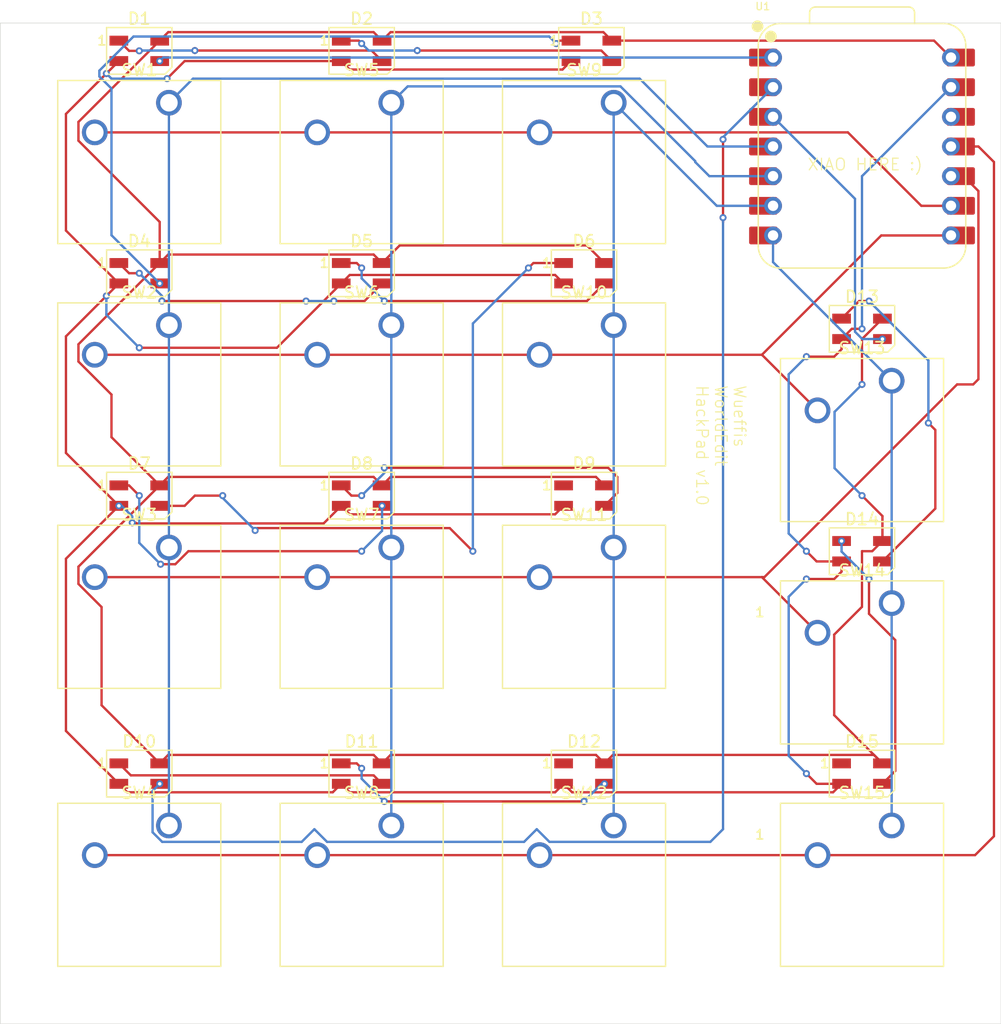
<source format=kicad_pcb>
(kicad_pcb (version 20241229) (generator "pcbnew") (generator_version "9.0")
  (layers (0 "F.Cu" signal) (2 "B.Cu" signal) (13 "F.Paste" user) (15 "B.Paste" user) (5 "F.SilkS" user "F.Silkscreen") (7 "B.SilkS" user "B.Silkscreen") (1 "F.Mask" user) (3 "B.Mask" user) (25 "Edge.Cuts" user))
  (net 0 "")
  (net 1 "Net-(D1-DIN)")
  (net 2 "GND")
  (net 3 "+5V")
  (net 4 "Net-(D1-DOUT)")
  (net 5 "Net-(D2-DOUT)")
  (net 6 "Net-(D3-DOUT)")
  (net 7 "Net-(D6-DOUT)")
  (net 8 "Net-(D7-DOUT)")
  (net 9 "Net-(D8-DOUT)")
  (net 11 "Net-(D10-DIN)")
  (net 12 "Net-(D10-DOUT)")
  (net 13 "Net-(D11-DOUT)")
  (net 15 "Net-(D13-DOUT)")
  (net 16 "Net-(D13-DIN)")
  (net 17 "Net-(D14-DOUT)")
  (net 19 "Net-(U1-GPIO29{slash}ADC3{slash}A3)")
  (net 20 "Net-(U1-GPIO3{slash}MOSI)")
  (net 21 "Net-(U1-GPIO6{slash}SDA)")
  (net 22 "Net-(U1-GPIO4{slash}MISO)")
  (net 23 "Net-(U1-GPIO7{slash}SCL)")
  (net 24 "Net-(U1-GPIO2{slash}SCK)")
  (net 25 "Net-(U1-GPIO0{slash}TX)")
  (net 26 "Net-(U1-GPIO1{slash}RX)")
  (net 28 "Net-(D4-DOUT)")
  (net 29 "Net-(D5-DOUT)")
  (footprint "LED_SMD:LED_SK6812MINI_PLCC4_3.5x3.5mm_P1.75mm" (layer "F.Cu") (at 50.00625 80.9625)
    (property "Reference" "D11")
    (property "Value" "SK6812MINI")
  )
  (footprint "OPL Lib:XIAO-RP2040-DIP" (layer "F.Cu") (at 92.86875 27.24375)
    (property "Reference" "U1")
    (property "Value" "XIAO-RP2040-DIP")
  )
  (footprint "Button_Switch_Keyboard:SW_Cherry_MX_1.00u_PCB" (layer "F.Cu") (at 52.54625 23.495)
    (property "Reference" "SW5")
    (property "Value" "SW_Push")
  )
  (footprint "Button_Switch_Keyboard:SW_Cherry_MX_1.00u_PCB" (layer "F.Cu") (at 33.49625 42.545)
    (property "Reference" "SW2")
    (property "Value" "SW_Push")
  )
  (footprint "Button_Switch_Keyboard:SW_Cherry_MX_1.00u_PCB" (layer "F.Cu") (at 95.40875 85.4075)
    (property "Reference" "SW15")
    (property "Value" "SW_Push")
  )
  (footprint "LED_SMD:LED_SK6812MINI_PLCC4_3.5x3.5mm_P1.75mm" (layer "F.Cu") (at 50.00625 57.15)
    (property "Reference" "D8")
    (property "Value" "SK6812MINI")
  )
  (footprint "Button_Switch_Keyboard:SW_Cherry_MX_1.00u_PCB" (layer "F.Cu") (at 71.59625 85.4075)
    (property "Reference" "SW12")
    (property "Value" "SW_Push")
  )
  (footprint "LED_SMD:LED_SK6812MINI_PLCC4_3.5x3.5mm_P1.75mm" (layer "F.Cu") (at 69.05625 38.1)
    (property "Reference" "D6")
    (property "Value" "SK6812MINI")
  )
  (footprint "LED_SMD:LED_SK6812MINI_PLCC4_3.5x3.5mm_P1.75mm" (layer "F.Cu") (at 92.86875 42.8625)
    (property "Reference" "D13")
    (property "Value" "SK6812MINI")
  )
  (footprint "LED_SMD:LED_SK6812MINI_PLCC4_3.5x3.5mm_P1.75mm" (layer "F.Cu") (at 30.95625 57.15)
    (property "Reference" "D7")
    (property "Value" "SK6812MINI")
  )
  (footprint "Button_Switch_Keyboard:SW_Cherry_MX_1.00u_PCB" (layer "F.Cu") (at 71.59625 61.595)
    (property "Reference" "SW11")
    (property "Value" "SW_Push")
  )
  (footprint "Button_Switch_Keyboard:SW_Cherry_MX_1.00u_PCB" (layer "F.Cu") (at 33.49625 61.595)
    (property "Reference" "SW3")
    (property "Value" "SW_Push")
  )
  (footprint "Button_Switch_Keyboard:SW_Cherry_MX_1.00u_PCB" (layer "F.Cu") (at 71.59625 42.545)
    (property "Reference" "SW10")
    (property "Value" "SW_Push")
  )
  (footprint "Button_Switch_Keyboard:SW_Cherry_MX_1.00u_PCB" (layer "F.Cu") (at 95.40875 47.3075)
    (property "Reference" "SW13")
    (property "Value" "SW_Push")
  )
  (footprint "LED_SMD:LED_SK6812MINI_PLCC4_3.5x3.5mm_P1.75mm" (layer "F.Cu") (at 50.00625 19.05)
    (property "Reference" "D2")
    (property "Value" "SK6812MINI")
  )
  (footprint "LED_SMD:LED_SK6812MINI_PLCC4_3.5x3.5mm_P1.75mm" (layer "F.Cu") (at 69.05625 57.15)
    (property "Reference" "D9")
    (property "Value" "SK6812MINI")
  )
  (footprint "Button_Switch_Keyboard:SW_Cherry_MX_1.00u_PCB" (layer "F.Cu") (at 95.40875 66.3575)
    (property "Reference" "SW14")
    (property "Value" "SW_Push")
  )
  (footprint "LED_SMD:LED_SK6812MINI_PLCC4_3.5x3.5mm_P1.75mm" (layer "F.Cu") (at 30.95625 19.05)
    (property "Reference" "D1")
    (property "Value" "SK6812MINI")
  )
  (footprint "LED_SMD:LED_SK6812MINI_PLCC4_3.5x3.5mm_P1.75mm" (layer "F.Cu") (at 92.86875 80.9625)
    (property "Reference" "D15")
    (property "Value" "SK6812MINI")
  )
  (footprint "LED_SMD:LED_SK6812MINI_PLCC4_3.5x3.5mm_P1.75mm" (layer "F.Cu") (at 69.6875 19.05)
    (property "Reference" "D3")
    (property "Value" "SK6812MINI")
  )
  (footprint "Button_Switch_Keyboard:SW_Cherry_MX_1.00u_PCB" (layer "F.Cu") (at 33.49625 85.4075)
    (property "Reference" "SW4")
    (property "Value" "SW_Push")
  )
  (footprint "LED_SMD:LED_SK6812MINI_PLCC4_3.5x3.5mm_P1.75mm" (layer "F.Cu") (at 30.95625 80.9625)
    (property "Reference" "D10")
    (property "Value" "SK6812MINI")
  )
  (footprint "LED_SMD:LED_SK6812MINI_PLCC4_3.5x3.5mm_P1.75mm" (layer "F.Cu") (at 50.00625 38.1)
    (property "Reference" "D5")
    (property "Value" "SK6812MINI")
  )
  (footprint "LED_SMD:LED_SK6812MINI_PLCC4_3.5x3.5mm_P1.75mm" (layer "F.Cu") (at 69.05625 80.9625)
    (property "Reference" "D12")
    (property "Value" "SK6812MINI")
  )
  (footprint "LED_SMD:LED_SK6812MINI_PLCC4_3.5x3.5mm_P1.75mm" (layer "F.Cu") (at 30.95625 38.1)
    (property "Reference" "D4")
    (property "Value" "SK6812MINI")
  )
  (footprint "Button_Switch_Keyboard:SW_Cherry_MX_1.00u_PCB" (layer "F.Cu") (at 33.49625 23.495)
    (property "Reference" "SW1")
    (property "Value" "SW_Push")
  )
  (footprint "Button_Switch_Keyboard:SW_Cherry_MX_1.00u_PCB" (layer "F.Cu") (at 52.54625 61.595)
    (property "Reference" "SW7")
    (property "Value" "SW_Push")
  )
  (footprint "Button_Switch_Keyboard:SW_Cherry_MX_1.00u_PCB" (layer "F.Cu") (at 52.54625 85.4075)
    (property "Reference" "SW8")
    (property "Value" "SW_Push")
  )
  (footprint "LED_SMD:LED_SK6812MINI_PLCC4_3.5x3.5mm_P1.75mm" (layer "F.Cu") (at 92.86875 61.9125)
    (property "Reference" "D14")
    (property "Value" "SK6812MINI")
  )
  (footprint "Button_Switch_Keyboard:SW_Cherry_MX_1.00u_PCB" (layer "F.Cu") (at 52.54625 42.545)
    (property "Reference" "SW6")
    (property "Value" "SW_Push")
  )
  (footprint "Button_Switch_Keyboard:SW_Cherry_MX_1.00u_PCB" (layer "F.Cu") (at 71.59625 23.495)
    (property "Reference" "SW9")
    (property "Value" "SW_Push")
  )
  (gr_rect (start 19.05 16.66875) (end 104.775 102.39375) (stroke (width 0.05)) (fill no) (layer "Edge.Cuts"))
  (gr_text "Wueffis\nWorldEdit\nHackPad v1.0" (at 78.58125 47.625 270) (layer "F.SilkS") (effects (font (size 1 1) (thickness 0.1)) (justify left bottom)))
  (gr_text "XIAO HERE :)" (at 88.1425 29.37125 0) (layer "F.SilkS") (effects (font (size 1 1) (thickness 0.1)) (justify left bottom)))
  (via (at 32.70625 19.925) (size 0.6) (drill 0.3) (layers "F.Cu" "B.Cu") (net 1))
  (segment (start 33.0075 19.62375) (end 32.70625 19.925) (width 0.2) (layer "B.Cu") (net 1))
  (segment (start 85.24875 19.62375) (end 33.0075 19.62375) (width 0.2) (layer "B.Cu") (net 1))
  (segment (start 66.58025 58.751) (end 48.98225 58.751) (width 0.2) (layer "F.Cu") (net 2))
  (segment (start 29.20625 58.025) (end 24.67525 62.556) (width 0.2) (layer "F.Cu") (net 2))
  (segment (start 67.30625 81.8375) (end 66.58025 82.5635) (width 0.2) (layer "F.Cu") (net 2))
  (segment (start 28.1375 40.04375) (end 24.67525 43.506) (width 0.2) (layer "F.Cu") (net 2))
  (segment (start 29.20625 19.925) (end 28.1375 20.99375) (width 0.2) (layer "F.Cu") (net 2))
  (segment (start 34.84375 19.925) (end 33.3375 21.43125) (width 0.2) (layer "F.Cu") (net 2))
  (segment (start 88.98125 81.8375) (end 88.10625 80.9625) (width 0.2) (layer "F.Cu") (net 2))
  (segment (start 48.25625 38.975) (end 42.74625 44.485) (width 0.2) (layer "F.Cu") (net 2))
  (segment (start 67.2115 20.651) (end 48.98225 20.651) (width 0.2) (layer "F.Cu") (net 2))
  (segment (start 66.58025 82.5635) (end 48.98225 82.5635) (width 0.2) (layer "F.Cu") (net 2))
  (segment (start 48.25625 19.925) (end 34.84375 19.925) (width 0.2) (layer "F.Cu") (net 2))
  (segment (start 48.98225 58.751) (end 48.25625 58.025) (width 0.2) (layer "F.Cu") (net 2))
  (segment (start 91.11875 81.8375) (end 88.98125 81.8375) (width 0.2) (layer "F.Cu") (net 2))
  (segment (start 68.03225 82.5635) (end 67.30625 81.8375) (width 0.2) (layer "F.Cu") (net 2))
  (segment (start 48.25625 38.975) (end 48.98225 38.249) (width 0.2) (layer "F.Cu") (net 2))
  (segment (start 24.67525 53.494) (end 29.20625 58.025) (width 0.2) (layer "F.Cu") (net 2))
  (segment (start 24.67525 43.506) (end 24.67525 53.494) (width 0.2) (layer "F.Cu") (net 2))
  (segment (start 88.98125 62.7875) (end 88.10625 61.9125) (width 0.2) (layer "F.Cu") (net 2))
  (segment (start 91.99375 42.8625) (end 91.11875 43.7375) (width 0.2) (layer "F.Cu") (net 2))
  (segment (start 48.98225 82.5635) (end 48.25625 81.8375) (width 0.2) (layer "F.Cu") (net 2))
  (segment (start 30.7125 59.53125) (end 30.654777 59.473527) (width 0.2) (layer "F.Cu") (net 2))
  (segment (start 88.10625 64.29375) (end 90.4875 64.29375) (width 0.2) (layer "F.Cu") (net 2))
  (segment (start 90.39275 82.5635) (end 68.03225 82.5635) (width 0.2) (layer "F.Cu") (net 2))
  (segment (start 47.53025 82.5635) (end 29.93225 82.5635) (width 0.2) (layer "F.Cu") (net 2))
  (segment (start 24.67525 34.444) (end 29.20625 38.975) (width 0.2) (layer "F.Cu") (net 2))
  (segment (start 29.20625 38.975) (end 28.1375 40.04375) (width 0.2) (layer "F.Cu") (net 2))
  (segment (start 66.58025 38.249) (end 67.30625 38.975) (width 0.2) (layer "F.Cu") (net 2))
  (segment (start 24.67525 77.3065) (end 29.20625 81.8375) (width 0.2) (layer "F.Cu") (net 2))
  (segment (start 30.654777 59.473527) (end 30.35625 59.473527) (width 0.2) (layer "F.Cu") (net 2))
  (segment (start 48.98225 38.249) (end 66.58025 38.249) (width 0.2) (layer "F.Cu") (net 2))
  (segment (start 90.4875 45.24375) (end 91.11875 44.6125) (width 0.2) (layer "F.Cu") (net 2))
  (segment (start 28.1375 20.99375) (end 24.67525 24.456) (width 0.2) (layer "F.Cu") (net 2))
  (segment (start 88.10625 45.24375) (end 90.4875 45.24375) (width 0.2) (layer "F.Cu") (net 2))
  (segment (start 24.67525 24.456) (end 24.67525 34.444) (width 0.2) (layer "F.Cu") (net 2))
  (segment (start 91.11875 62.7875) (end 88.98125 62.7875) (width 0.2) (layer "F.Cu") (net 2))
  (segment (start 92.86875 42.8625) (end 91.99375 42.8625) (width 0.2) (layer "F.Cu") (net 2))
  (segment (start 90.4875 64.29375) (end 91.11875 63.6625) (width 0.2) (layer "F.Cu") (net 2))
  (segment (start 48.25625 81.8375) (end 47.53025 82.5635) (width 0.2) (layer "F.Cu") (net 2))
  (segment (start 91.11875 81.8375) (end 90.39275 82.5635) (width 0.2) (layer "F.Cu") (net 2))
  (segment (start 91.11875 44.6125) (end 91.11875 43.7375) (width 0.2) (layer "F.Cu") (net 2))
  (segment (start 67.30625 58.025) (end 66.58025 58.751) (width 0.2) (layer "F.Cu") (net 2))
  (segment (start 46.75 59.53125) (end 30.7125 59.53125) (width 0.2) (layer "F.Cu") (net 2))
  (segment (start 29.93225 82.5635) (end 29.20625 81.8375) (width 0.2) (layer "F.Cu") (net 2))
  (segment (start 24.67525 62.556) (end 24.67525 77.3065) (width 0.2) (layer "F.Cu") (net 2))
  (segment (start 42.74625 44.485) (end 30.95625 44.485) (width 0.2) (layer "F.Cu") (net 2))
  (segment (start 91.11875 63.6625) (end 91.11875 62.7875) (width 0.2) (layer "F.Cu") (net 2))
  (segment (start 67.9375 19.925) (end 67.2115 20.651) (width 0.2) (layer "F.Cu") (net 2))
  (segment (start 48.25625 58.025) (end 46.75 59.53125) (width 0.2) (layer "F.Cu") (net 2))
  (segment (start 48.98225 20.651) (end 48.25625 19.925) (width 0.2) (layer "F.Cu") (net 2))
  (via (at 28.1375 40.04375) (size 0.6) (drill 0.3) (layers "F.Cu" "B.Cu") (net 2))
  (via (at 33.3375 21.43125) (size 0.6) (drill 0.3) (layers "F.Cu" "B.Cu") (net 2))
  (via (at 88.10625 45.24375) (size 0.6) (drill 0.3) (layers "F.Cu" "B.Cu") (net 2))
  (via (at 88.10625 80.9625) (size 0.6) (drill 0.3) (layers "F.Cu" "B.Cu") (net 2))
  (via (at 88.10625 64.29375) (size 0.6) (drill 0.3) (layers "F.Cu" "B.Cu") (net 2))
  (via (at 88.10625 61.9125) (size 0.6) (drill 0.3) (layers "F.Cu" "B.Cu") (net 2))
  (via (at 29.20625 58.025) (size 0.6) (drill 0.3) (layers "F.Cu" "B.Cu") (net 2))
  (via (at 30.35625 59.473527) (size 0.6) (drill 0.3) (layers "F.Cu" "B.Cu") (net 2))
  (via (at 92.86875 42.8625) (size 0.6) (drill 0.3) (layers "F.Cu" "B.Cu") (net 2))
  (via (at 30.95625 44.485) (size 0.6) (drill 0.3) (layers "F.Cu" "B.Cu") (net 2))
  (via (at 28.1375 20.99375) (size 0.6) (drill 0.3) (layers "F.Cu" "B.Cu") (net 2))
  (segment (start 88.10625 61.9125) (end 86.58775 60.394) (width 0.2) (layer "B.Cu") (net 2))
  (segment (start 86.58775 46.76225) (end 88.10625 45.24375) (width 0.2) (layer "B.Cu") (net 2))
  (segment (start 88.10625 80.9625) (end 86.58775 79.444) (width 0.2) (layer "B.Cu") (net 2))
  (segment (start 100.48875 22.16375) (end 92.86875 29.78375) (width 0.2) (layer "B.Cu") (net 2))
  (segment (start 28.1375 41.66625) (end 28.1375 40.04375) (width 0.2) (layer "B.Cu") (net 2))
  (segment (start 86.58775 65.81225) (end 88.10625 64.29375) (width 0.2) (layer "B.Cu") (net 2))
  (segment (start 30.35625 58.93125) (end 29.45 58.025) (width 0.2) (layer "B.Cu") (net 2))
  (segment (start 92.86875 29.78375) (end 92.86875 42.8625) (width 0.2) (layer "B.Cu") (net 2))
  (segment (start 33.3375 21.43125) (end 28.575 21.43125) (width 0.2) (layer "B.Cu") (net 2))
  (segment (start 29.45 58.025) (end 29.20625 58.025) (width 0.2) (layer "B.Cu") (net 2))
  (segment (start 86.58775 79.444) (end 86.58775 65.81225) (width 0.2) (layer "B.Cu") (net 2))
  (segment (start 86.58775 60.394) (end 86.58775 46.76225) (width 0.2) (layer "B.Cu") (net 2))
  (segment (start 30.95625 44.485) (end 28.1375 41.66625) (width 0.2) (layer "B.Cu") (net 2))
  (segment (start 30.35625 59.473527) (end 30.35625 58.93125) (width 0.2) (layer "B.Cu") (net 2))
  (segment (start 28.575 21.43125) (end 28.1375 20.99375) (width 0.2) (layer "B.Cu") (net 2))
  (segment (start 71.53225 79.3615) (end 93.89275 79.3615) (width 0.2) (layer "F.Cu") (net 3))
  (segment (start 33.43225 36.499) (end 51.03025 36.499) (width 0.2) (layer "F.Cu") (net 3))
  (segment (start 25.74525 45.665314) (end 25.74525 44.186) (width 0.2) (layer "F.Cu") (net 3))
  (segment (start 99.04 18.175) (end 71.4375 18.175) (width 0.2) (layer "F.Cu") (net 3))
  (segment (start 32.70625 33.70653) (end 32.70625 37.225) (width 0.2) (layer "F.Cu") (net 3))
  (segment (start 32.70625 18.175) (end 33.43225 17.449) (width 0.2) (layer "F.Cu") (net 3))
  (segment (start 52.48225 79.3615) (end 70.08025 79.3615) (width 0.2) (layer "F.Cu") (net 3))
  (segment (start 94.61875 80.0875) (end 90.4875 75.95625) (width 0.2) (layer "F.Cu") (net 3))
  (segment (start 33.43225 79.3615) (end 51.03025 79.3615) (width 0.2) (layer "F.Cu") (net 3))
  (segment (start 51.03025 17.449) (end 51.75625 18.175) (width 0.2) (layer "F.Cu") (net 3))
  (segment (start 51.03025 55.549) (end 51.75625 56.275) (width 0.2) (layer "F.Cu") (net 3))
  (segment (start 69.3 35.71875) (end 70.80625 37.225) (width 0.2) (layer "F.Cu") (net 3))
  (segment (start 28.575 52.14375) (end 28.575 48.495064) (width 0.2) (layer "F.Cu") (net 3))
  (segment (start 25.74525 25.136) (end 25.74525 26.74553) (width 0.2) (layer "F.Cu") (net 3))
  (segment (start 51.75625 18.175) (end 52.48225 17.449) (width 0.2) (layer "F.Cu") (net 3))
  (segment (start 90.4875 75.95625) (end 90.4875 69.05625) (width 0.2) (layer "F.Cu") (net 3))
  (segment (start 25.74525 64.715314) (end 25.74525 63.236) (width 0.2) (layer "F.Cu") (net 3))
  (segment (start 92.86875 66.675) (end 92.86875 61.9125) (width 0.2) (layer "F.Cu") (net 3))
  (segment (start 33.43225 55.549) (end 51.03025 55.549) (width 0.2) (layer "F.Cu") (net 3))
  (segment (start 32.70625 80.0875) (end 27.726564 75.107814) (width 0.2) (layer "F.Cu") (net 3))
  (segment (start 27.726564 66.696628) (end 25.74525 64.715314) (width 0.2) (layer "F.Cu") (net 3))
  (segment (start 70.7115 17.449) (end 71.4375 18.175) (width 0.2) (layer "F.Cu") (net 3))
  (segment (start 51.75625 37.225) (end 53.2625 35.71875) (width 0.2) (layer "F.Cu") (net 3))
  (segment (start 33.43225 17.449) (end 51.03025 17.449) (width 0.2) (layer "F.Cu") (net 3))
  (segment (start 51.75625 80.0875) (end 52.48225 79.3615) (width 0.2) (layer "F.Cu") (net 3))
  (segment (start 100.48875 19.62375) (end 99.04 18.175) (width 0.2) (layer "F.Cu") (net 3))
  (segment (start 52.48225 17.449) (end 70.7115 17.449) (width 0.2) (layer "F.Cu") (net 3))
  (segment (start 70.80625 80.0875) (end 71.53225 79.3615) (width 0.2) (layer "F.Cu") (net 3))
  (segment (start 70.08025 79.3615) (end 70.80625 80.0875) (width 0.2) (layer "F.Cu") (net 3))
  (segment (start 25.74525 44.186) (end 32.70625 37.225) (width 0.2) (layer "F.Cu") (net 3))
  (segment (start 32.70625 80.0875) (end 33.43225 79.3615) (width 0.2) (layer "F.Cu") (net 3))
  (segment (start 51.75625 56.275) (end 52.48225 55.549) (width 0.2) (layer "F.Cu") (net 3))
  (segment (start 94.61875 41.9875) (end 92.86875 43.7375) (width 0.2) (layer "F.Cu") (net 3))
  (segment (start 25.74525 26.74553) (end 32.70625 33.70653) (width 0.2) (layer "F.Cu") (net 3))
  (segment (start 28.575 48.495064) (end 25.74525 45.665314) (width 0.2) (layer "F.Cu") (net 3))
  (segment (start 90.4875 69.05625) (end 92.86875 66.675) (width 0.2) (layer "F.Cu") (net 3))
  (segment (start 70.08025 55.549) (end 70.80625 56.275) (width 0.2) (layer "F.Cu") (net 3))
  (segment (start 52.48225 55.549) (end 70.08025 55.549) (width 0.2) (layer "F.Cu") (net 3))
  (segment (start 32.70625 37.225) (end 33.43225 36.499) (width 0.2) (layer "F.Cu") (net 3))
  (segment (start 32.70625 18.175) (end 25.74525 25.136) (width 0.2) (layer "F.Cu") (net 3))
  (segment (start 92.86875 61.9125) (end 93.74375 61.9125) (width 0.2) (layer "F.Cu") (net 3))
  (segment (start 32.70625 56.275) (end 33.43225 55.549) (width 0.2) (layer "F.Cu") (net 3))
  (segment (start 93.89275 79.3615) (end 94.61875 80.0875) (width 0.2) (layer "F.Cu") (net 3))
  (segment (start 53.2625 35.71875) (end 69.3 35.71875) (width 0.2) (layer "F.Cu") (net 3))
  (segment (start 27.726564 75.107814) (end 27.726564 66.696628) (width 0.2) (layer "F.Cu") (net 3))
  (segment (start 92.86875 43.7375) (end 92.86875 47.625) (width 0.2) (layer "F.Cu") (net 3))
  (segment (start 94.61875 58.9) (end 94.61875 61.0375) (width 0.2) (layer "F.Cu") (net 3))
  (segment (start 25.74525 63.236) (end 32.70625 56.275) (width 0.2) (layer "F.Cu") (net 3))
  (segment (start 93.74375 61.9125) (end 94.61875 61.0375) (width 0.2) (layer "F.Cu") (net 3))
  (segment (start 51.03025 79.3615) (end 51.75625 80.0875) (width 0.2) (layer "F.Cu") (net 3))
  (segment (start 51.03025 36.499) (end 51.75625 37.225) (width 0.2) (layer "F.Cu") (net 3))
  (segment (start 92.86875 57.15) (end 94.61875 58.9) (width 0.2) (layer "F.Cu") (net 3))
  (segment (start 32.70625 56.275) (end 28.575 52.14375) (width 0.2) (layer "F.Cu") (net 3))
  (via (at 92.86875 57.15) (size 0.6) (drill 0.3) (layers "F.Cu" "B.Cu") (net 3))
  (via (at 92.86875 47.625) (size 0.6) (drill 0.3) (layers "F.Cu" "B.Cu") (net 3))
  (segment (start 90.51775 49.976) (end 90.51775 54.799) (width 0.2) (layer "B.Cu") (net 3))
  (segment (start 90.51775 54.799) (end 92.86875 57.15) (width 0.2) (layer "B.Cu") (net 3))
  (segment (start 92.86875 47.625) (end 90.51775 49.976) (width 0.2) (layer "B.Cu") (net 3))
  (segment (start 50.855 19.02375) (end 35.71875 19.02375) (width 0.2) (layer "F.Cu") (net 4))
  (segment (start 30.08125 19.05) (end 29.20625 18.175) (width 0.2) (layer "F.Cu") (net 4))
  (segment (start 30.95625 19.05) (end 30.08125 19.05) (width 0.2) (layer "F.Cu") (net 4))
  (segment (start 51.75625 19.925) (end 50.855 19.02375) (width 0.2) (layer "F.Cu") (net 4))
  (via (at 30.95625 19.05) (size 0.6) (drill 0.3) (layers "F.Cu" "B.Cu") (net 4))
  (via (at 35.71875 19.02375) (size 0.6) (drill 0.3) (layers "F.Cu" "B.Cu") (net 4))
  (segment (start 35.71875 19.02375) (end 30.9825 19.02375) (width 0.2) (layer "B.Cu") (net 4))
  (segment (start 30.9825 19.02375) (end 30.95625 19.05) (width 0.2) (layer "B.Cu") (net 4))
  (segment (start 54.76875 19.02375) (end 70.53625 19.02375) (width 0.2) (layer "F.Cu") (net 5))
  (segment (start 49.7575 18.175) (end 50.00625 18.42375) (width 0.2) (layer "F.Cu") (net 5))
  (segment (start 48.25625 18.175) (end 49.7575 18.175) (width 0.2) (layer "F.Cu") (net 5))
  (segment (start 70.53625 19.02375) (end 71.4375 19.925) (width 0.2) (layer "F.Cu") (net 5))
  (via (at 50.00625 18.42375) (size 0.6) (drill 0.3) (layers "F.Cu" "B.Cu") (net 5))
  (via (at 54.76875 19.02375) (size 0.6) (drill 0.3) (layers "F.Cu" "B.Cu") (net 5))
  (segment (start 50.60625 19.02375) (end 54.76875 19.02375) (width 0.2) (layer "B.Cu") (net 5))
  (segment (start 50.00625 18.42375) (end 50.60625 19.02375) (width 0.2) (layer "B.Cu") (net 5))
  (segment (start 66.92375 18.175) (end 66.675 18.42375) (width 0.2) (layer "F.Cu") (net 6))
  (segment (start 67.9375 18.175) (end 66.92375 18.175) (width 0.2) (layer "F.Cu") (net 6))
  (via (at 32.70625 38.975) (size 0.6) (drill 0.3) (layers "F.Cu" "B.Cu") (net 6))
  (via (at 66.675 18.42375) (size 0.6) (drill 0.3) (layers "F.Cu" "B.Cu") (net 6))
  (segment (start 30.458557 17.82275) (end 27.5365 20.744807) (width 0.2) (layer "B.Cu") (net 6))
  (segment (start 28.575 22.281193) (end 28.575 34.84375) (width 0.2) (layer "B.Cu") (net 6))
  (segment (start 66.074 17.82275) (end 30.458557 17.82275) (width 0.2) (layer "B.Cu") (net 6))
  (segment (start 27.5365 20.744807) (end 27.5365 21.242693) (width 0.2) (layer "B.Cu") (net 6))
  (segment (start 66.675 18.42375) (end 66.074 17.82275) (width 0.2) (layer "B.Cu") (net 6))
  (segment (start 27.5365 21.242693) (end 28.575 22.281193) (width 0.2) (layer "B.Cu") (net 6))
  (segment (start 28.575 34.84375) (end 32.70625 38.975) (width 0.2) (layer "B.Cu") (net 6))
  (segment (start 35.71875 57.15) (end 34.84375 58.025) (width 0.2) (layer "F.Cu") (net 7))
  (segment (start 67.30625 37.225) (end 64.71775 37.225) (width 0.2) (layer "F.Cu") (net 7))
  (segment (start 41.08125 59.93225) (end 40.88225 60.13125) (width 0.2) (layer "F.Cu") (net 7))
  (segment (start 64.71775 37.225) (end 64.29375 37.649) (width 0.2) (layer "F.Cu") (net 7))
  (segment (start 57.551 59.93225) (end 41.08125 59.93225) (width 0.2) (layer "F.Cu") (net 7))
  (segment (start 34.84375 58.025) (end 32.70625 58.025) (width 0.2) (layer "F.Cu") (net 7))
  (segment (start 38.1 57.15) (end 35.71875 57.15) (width 0.2) (layer "F.Cu") (net 7))
  (segment (start 59.53125 61.9125) (end 57.551 59.93225) (width 0.2) (layer "F.Cu") (net 7))
  (via (at 59.53125 61.9125) (size 0.6) (drill 0.3) (layers "F.Cu" "B.Cu") (net 7))
  (via (at 40.88225 60.13125) (size 0.6) (drill 0.3) (layers "F.Cu" "B.Cu") (net 7))
  (via (at 64.29375 37.649) (size 0.6) (drill 0.3) (layers "F.Cu" "B.Cu") (net 7))
  (via (at 38.1 57.15) (size 0.6) (drill 0.3) (layers "F.Cu" "B.Cu") (net 7))
  (segment (start 64.29375 37.649) (end 59.53125 42.4115) (width 0.2) (layer "B.Cu") (net 7))
  (segment (start 59.53125 42.4115) (end 59.53125 61.9125) (width 0.2) (layer "B.Cu") (net 7))
  (segment (start 38.1 57.349) (end 38.1 57.15) (width 0.2) (layer "B.Cu") (net 7))
  (segment (start 40.88225 60.13125) (end 38.1 57.349) (width 0.2) (layer "B.Cu") (net 7))
  (segment (start 30.08125 56.275) (end 30.95625 57.15) (width 0.2) (layer "F.Cu") (net 8))
  (segment (start 32.780707 63.026086) (end 34.046478 63.026086) (width 0.2) (layer "F.Cu") (net 8))
  (segment (start 29.20625 56.275) (end 30.08125 56.275) (width 0.2) (layer "F.Cu") (net 8))
  (segment (start 35.160064 61.9125) (end 50.00625 61.9125) (width 0.2) (layer "F.Cu") (net 8))
  (segment (start 34.046478 63.026086) (end 35.160064 61.9125) (width 0.2) (layer "F.Cu") (net 8))
  (via (at 30.95625 57.15) (size 0.6) (drill 0.3) (layers "F.Cu" "B.Cu") (net 8))
  (via (at 50.00625 61.9125) (size 0.6) (drill 0.3) (layers "F.Cu" "B.Cu") (net 8))
  (via (at 51.75625 58.025) (size 0.6) (drill 0.3) (layers "F.Cu" "B.Cu") (net 8))
  (via (at 32.780707 63.026086) (size 0.6) (drill 0.3) (layers "F.Cu" "B.Cu") (net 8))
  (segment (start 50.00625 61.9125) (end 51.75625 60.1625) (width 0.2) (layer "B.Cu") (net 8))
  (segment (start 51.75625 60.1625) (end 51.75625 58.025) (width 0.2) (layer "B.Cu") (net 8))
  (segment (start 30.95625 61.201629) (end 32.780707 63.026086) (width 0.2) (layer "B.Cu") (net 8))
  (segment (start 30.95625 57.15) (end 30.95625 61.201629) (width 0.2) (layer "B.Cu") (net 8))
  (segment (start 71.127 54.76875) (end 71.90725 55.549) (width 0.2) (layer "F.Cu") (net 9))
  (segment (start 71.90725 56.924) (end 70.80625 58.025) (width 0.2) (layer "F.Cu") (net 9))
  (segment (start 49.13125 57.15) (end 50.00625 57.15) (width 0.2) (layer "F.Cu") (net 9))
  (segment (start 51.94625 54.76875) (end 71.127 54.76875) (width 0.2) (layer "F.Cu") (net 9))
  (segment (start 71.90725 55.549) (end 71.90725 56.924) (width 0.2) (layer "F.Cu") (net 9))
  (segment (start 48.25625 56.275) (end 49.13125 57.15) (width 0.2) (layer "F.Cu") (net 9))
  (via (at 50.00625 57.15) (size 0.6) (drill 0.3) (layers "F.Cu" "B.Cu") (net 9))
  (via (at 51.94625 54.76875) (size 0.6) (drill 0.3) (layers "F.Cu" "B.Cu") (net 9))
  (segment (start 51.94625 55.21) (end 51.94625 54.76875) (width 0.2) (layer "B.Cu") (net 9))
  (segment (start 50.00625 57.15) (end 51.94625 55.21) (width 0.2) (layer "B.Cu") (net 9))
  (segment (start 80.9625 26.635) (end 80.9625 33.731126) (width 0.2) (layer "F.Cu") (net 11))
  (segment (start 80.9625 33.731126) (end 80.9625 33.3375) (width 0.2) (layer "F.Cu") (net 11))
  (via (at 80.9625 26.635) (size 0.6) (drill 0.3) (layers "F.Cu" "B.Cu") (net 11))
  (via (at 32.70625 81.8375) (size 0.6) (drill 0.3) (layers "F.Cu" "B.Cu") (net 11))
  (via (at 80.9625 33.3375) (size 0.6) (drill 0.3) (layers "F.Cu" "B.Cu") (net 11))
  (segment (start 32.915936 86.8085) (end 32.09525 85.987814) (width 0.2) (layer "B.Cu") (net 11))
  (segment (start 44.871564 86.8085) (end 32.915936 86.8085) (width 0.2) (layer "B.Cu") (net 11))
  (segment (start 66.088564 86.8085) (end 65.005064 85.725) (width 0.2) (layer "B.Cu") (net 11))
  (segment (start 47.038564 86.8085) (end 45.955064 85.725) (width 0.2) (layer "B.Cu") (net 11))
  (segment (start 79.879 86.8085) (end 66.088564 86.8085) (width 0.2) (layer "B.Cu") (net 11))
  (segment (start 65.005064 85.725) (end 63.921564 86.8085) (width 0.2) (layer "B.Cu") (net 11))
  (segment (start 32.09525 82.4485) (end 32.70625 81.8375) (width 0.2) (layer "B.Cu") (net 11))
  (segment (start 63.921564 86.8085) (end 47.038564 86.8085) (width 0.2) (layer "B.Cu") (net 11))
  (segment (start 32.09525 85.987814) (end 32.09525 82.4485) (width 0.2) (layer "B.Cu") (net 11))
  (segment (start 45.955064 85.725) (end 44.871564 86.8085) (width 0.2) (layer "B.Cu") (net 11))
  (segment (start 80.9625 85.725) (end 79.879 86.8085) (width 0.2) (layer "B.Cu") (net 11))
  (segment (start 85.24875 22.16375) (end 80.9625 26.45) (width 0.2) (layer "B.Cu") (net 11))
  (segment (start 80.9625 26.45) (end 80.9625 26.635) (width 0.2) (layer "B.Cu") (net 11))
  (segment (start 80.9625 33.3375) (end 80.9625 85.725) (width 0.2) (layer "B.Cu") (net 11))
  (segment (start 29.20625 80.0875) (end 30.23025 81.1115) (width 0.2) (layer "F.Cu") (net 12))
  (segment (start 30.23025 81.1115) (end 51.03025 81.1115) (width 0.2) (layer "F.Cu") (net 12))
  (segment (start 51.03025 81.1115) (end 51.75625 81.8375) (width 0.2) (layer "F.Cu") (net 12))
  (segment (start 51.94625 83.34375) (end 69.05625 83.34375) (width 0.2) (layer "F.Cu") (net 13))
  (segment (start 48.25625 80.0875) (end 49.58225 80.0875) (width 0.2) (layer "F.Cu") (net 13))
  (segment (start 49.58225 80.0875) (end 50.00625 80.5115) (width 0.2) (layer "F.Cu") (net 13))
  (via (at 50.00625 80.5115) (size 0.6) (drill 0.3) (layers "F.Cu" "B.Cu") (net 13))
  (via (at 69.05625 83.34375) (size 0.6) (drill 0.3) (layers "F.Cu" "B.Cu") (net 13))
  (via (at 70.80625 81.8375) (size 0.6) (drill 0.3) (layers "F.Cu" "B.Cu") (net 13))
  (via (at 51.94625 83.34375) (size 0.6) (drill 0.3) (layers "F.Cu" "B.Cu") (net 13))
  (segment (start 50.00625 81.40375) (end 51.94625 83.34375) (width 0.2) (layer "B.Cu") (net 13))
  (segment (start 69.05625 83.34375) (end 70.5625 81.8375) (width 0.2) (layer "B.Cu") (net 13))
  (segment (start 70.5625 81.8375) (end 70.80625 81.8375) (width 0.2) (layer "B.Cu") (net 13))
  (segment (start 50.00625 80.5115) (end 50.00625 81.40375) (width 0.2) (layer "B.Cu") (net 13))
  (segment (start 92.625 40.48125) (end 91.11875 41.9875) (width 0.2) (layer "F.Cu") (net 15))
  (segment (start 99.14975 58.2565) (end 99.14975 51.52475) (width 0.2) (layer "F.Cu") (net 15))
  (segment (start 93.46875 40.48125) (end 92.625 40.48125) (width 0.2) (layer "F.Cu") (net 15))
  (segment (start 99.14975 51.52475) (end 98.555655 50.930655) (width 0.2) (layer "F.Cu") (net 15))
  (segment (start 94.61875 62.7875) (end 99.14975 58.2565) (width 0.2) (layer "F.Cu") (net 15))
  (via (at 98.555655 50.930655) (size 0.6) (drill 0.3) (layers "F.Cu" "B.Cu") (net 15))
  (via (at 93.46875 40.48125) (size 0.6) (drill 0.3) (layers "F.Cu" "B.Cu") (net 15))
  (segment (start 98.555655 50.930655) (end 98.555655 45.568155) (width 0.2) (layer "B.Cu") (net 15))
  (segment (start 98.555655 45.568155) (end 93.46875 40.48125) (width 0.2) (layer "B.Cu") (net 15))
  (via (at 94.61875 43.7375) (size 0.6) (drill 0.3) (layers "F.Cu" "B.Cu") (net 16))
  (segment (start 85.24875 24.70375) (end 92.26775 31.72275) (width 0.2) (layer "B.Cu") (net 16))
  (segment (start 92.26775 31.72275) (end 92.26775 43.111443) (width 0.2) (layer "B.Cu") (net 16))
  (segment (start 92.26775 43.111443) (end 92.893807 43.7375) (width 0.2) (layer "B.Cu") (net 16))
  (segment (start 92.893807 43.7375) (end 94.61875 43.7375) (width 0.2) (layer "B.Cu") (net 16))
  (segment (start 94.61875 81.8375) (end 95.71975 80.7365) (width 0.2) (layer "F.Cu") (net 17))
  (segment (start 95.71975 69.526) (end 93.46875 67.275) (width 0.2) (layer "F.Cu") (net 17))
  (segment (start 95.71975 80.7365) (end 95.71975 69.526) (width 0.2) (layer "F.Cu") (net 17))
  (segment (start 93.46875 67.275) (end 93.46875 64.29375) (width 0.2) (layer "F.Cu") (net 17))
  (via (at 93.46875 64.29375) (size 0.6) (drill 0.3) (layers "F.Cu" "B.Cu") (net 17))
  (via (at 91.11875 61.0375) (size 0.6) (drill 0.3) (layers "F.Cu" "B.Cu") (net 17))
  (segment (start 93.46875 64.29375) (end 91.11875 61.94375) (width 0.2) (layer "B.Cu") (net 17))
  (segment (start 91.11875 61.94375) (end 91.11875 61.0375) (width 0.2) (layer "B.Cu") (net 17))
  (segment (start 33.49625 85.4075) (end 33.49625 61.595) (width 0.2) (layer "B.Cu") (net 19))
  (segment (start 33.49625 61.595) (end 33.49625 42.545) (width 0.2) (layer "B.Cu") (net 19))
  (segment (start 35.56 21.43125) (end 33.49625 23.495) (width 0.2) (layer "B.Cu") (net 19))
  (segment (start 85.24875 27.24375) (end 79.63125 27.24375) (width 0.2) (layer "B.Cu") (net 19))
  (segment (start 33.49625 42.545) (end 33.49625 23.495) (width 0.2) (layer "B.Cu") (net 19))
  (segment (start 73.81875 21.43125) (end 35.56 21.43125) (width 0.2) (layer "B.Cu") (net 19))
  (segment (start 79.63125 27.24375) (end 73.81875 21.43125) (width 0.2) (layer "B.Cu") (net 19))
  (segment (start 27.14625 87.9475) (end 46.19625 87.9475) (width 0.2) (layer "F.Cu") (net 20))
  (segment (start 102.84275 27.24375) (end 100.48875 27.24375) (width 0.2) (layer "F.Cu") (net 20))
  (segment (start 89.05875 87.9475) (end 102.5525 87.9475) (width 0.2) (layer "F.Cu") (net 20))
  (segment (start 46.19625 87.9475) (end 65.24625 87.9475) (width 0.2) (layer "F.Cu") (net 20))
  (segment (start 104.174 28.575) (end 102.84275 27.24375) (width 0.2) (layer "F.Cu") (net 20))
  (segment (start 104.174 86.326) (end 104.174 28.575) (width 0.2) (layer "F.Cu") (net 20))
  (segment (start 65.24625 87.9475) (end 89.05875 87.9475) (width 0.2) (layer "F.Cu") (net 20))
  (segment (start 102.5525 87.9475) (end 104.174 86.326) (width 0.2) (layer "F.Cu") (net 20))
  (segment (start 78.58125 28.498686) (end 78.58125 28.575) (width 0.2) (layer "B.Cu") (net 21))
  (segment (start 53.94725 22.094) (end 72.176564 22.094) (width 0.2) (layer "B.Cu") (net 21))
  (segment (start 52.54625 61.595) (end 52.54625 61.75375) (width 0.2) (layer "B.Cu") (net 21))
  (segment (start 52.54625 23.495) (end 53.94725 22.094) (width 0.2) (layer "B.Cu") (net 21))
  (segment (start 72.176564 22.094) (end 78.58125 28.498686) (width 0.2) (layer "B.Cu") (net 21))
  (segment (start 52.54625 85.4075) (end 52.54625 61.595) (width 0.2) (layer "B.Cu") (net 21))
  (segment (start 78.58125 28.575) (end 79.79 29.78375) (width 0.2) (layer "B.Cu") (net 21))
  (segment (start 52.54625 23.495) (end 52.54625 42.545) (width 0.2) (layer "B.Cu") (net 21))
  (segment (start 79.79 29.78375) (end 85.24875 29.78375) (width 0.2) (layer "B.Cu") (net 21))
  (segment (start 52.54625 61.75375) (end 52.54625 42.545) (width 0.2) (layer "B.Cu") (net 21))
  (segment (start 52.54625 61.75375) (end 52.3875 61.9125) (width 0.2) (layer "B.Cu") (net 21))
  (segment (start 101.56638 29.78375) (end 100.48875 29.78375) (width 0.2) (layer "F.Cu") (net 22))
  (segment (start 27.14625 64.135) (end 46.19625 64.135) (width 0.2) (layer "F.Cu") (net 22))
  (segment (start 46.19625 64.135) (end 65.24625 64.135) (width 0.2) (layer "F.Cu") (net 22))
  (segment (start 84.29625 64.135) (end 84.50278 64.135) (width 0.2) (layer "F.Cu") (net 22))
  (segment (start 102.84075 31.05812) (end 101.56638 29.78375) (width 0.2) (layer "F.Cu") (net 22))
  (segment (start 101.01278 47.625) (end 102.39375 47.625) (width 0.2) (layer "F.Cu") (net 22))
  (segment (start 84.50278 64.135) (end 101.01278 47.625) (width 0.2) (layer "F.Cu") (net 22))
  (segment (start 65.24625 64.135) (end 84.29625 64.135) (width 0.2) (layer "F.Cu") (net 22))
  (segment (start 84.29625 64.135) (end 89.05875 68.8975) (width 0.2) (layer "F.Cu") (net 22))
  (segment (start 102.39375 47.625) (end 102.84075 47.178) (width 0.2) (layer "F.Cu") (net 22))
  (segment (start 102.84075 47.178) (end 102.84075 31.05812) (width 0.2) (layer "F.Cu") (net 22))
  (segment (start 71.59625 61.595) (end 71.59625 85.4075) (width 0.2) (layer "B.Cu") (net 23))
  (segment (start 80.425 32.32375) (end 85.24875 32.32375) (width 0.2) (layer "B.Cu") (net 23))
  (segment (start 71.59625 42.545) (end 71.59625 61.595) (width 0.2) (layer "B.Cu") (net 23))
  (segment (start 71.59625 23.495) (end 71.59625 42.545) (width 0.2) (layer "B.Cu") (net 23))
  (segment (start 71.59625 23.495) (end 80.425 32.32375) (width 0.2) (layer "B.Cu") (net 23))
  (segment (start 91.66 26.035) (end 97.94875 32.32375) (width 0.2) (layer "F.Cu") (net 24))
  (segment (start 97.94875 32.32375) (end 100.48875 32.32375) (width 0.2) (layer "F.Cu") (net 24))
  (segment (start 65.24625 26.035) (end 91.66 26.035) (width 0.2) (layer "F.Cu") (net 24))
  (segment (start 46.19625 26.035) (end 65.24625 26.035) (width 0.2) (layer "F.Cu") (net 24))
  (segment (start 27.14625 26.035) (end 46.19625 26.035) (width 0.2) (layer "F.Cu") (net 24))
  (segment (start 85.24875 34.86375) (end 85.24875 37.1475) (width 0.2) (layer "B.Cu") (net 25))
  (segment (start 95.40875 47.3075) (end 95.40875 66.3575) (width 0.2) (layer "B.Cu") (net 25))
  (segment (start 85.24875 37.1475) (end 95.40875 47.3075) (width 0.2) (layer "B.Cu") (net 25))
  (segment (start 95.40875 66.3575) (end 95.40875 85.4075) (width 0.2) (layer "B.Cu") (net 25))
  (segment (start 84.29625 45.085) (end 89.05875 49.8475) (width 0.2) (layer "F.Cu") (net 26))
  (segment (start 27.14625 45.085) (end 46.19625 45.085) (width 0.2) (layer "F.Cu") (net 26))
  (segment (start 65.24625 45.085) (end 84.29625 45.085) (width 0.2) (layer "F.Cu") (net 26))
  (segment (start 46.19625 45.085) (end 65.24625 45.085) (width 0.2) (layer "F.Cu") (net 26))
  (segment (start 94.5175 34.86375) (end 84.29625 45.085) (width 0.2) (layer "F.Cu") (net 26))
  (segment (start 100.48875 34.86375) (end 94.5175 34.86375) (width 0.2) (layer "F.Cu") (net 26))
  (segment (start 29.20625 37.225) (end 30.08125 38.1) (width 0.2) (layer "F.Cu") (net 28))
  (segment (start 32.89625 40.48125) (end 45.24375 40.48125) (width 0.2) (layer "F.Cu") (net 28))
  (segment (start 47.625 40.48125) (end 50.25 40.48125) (width 0.2) (layer "F.Cu") (net 28))
  (segment (start 30.08125 38.1) (end 30.95625 38.1) (width 0.2) (layer "F.Cu") (net 28))
  (segment (start 50.25 40.48125) (end 51.75625 38.975) (width 0.2) (layer "F.Cu") (net 28))
  (via (at 45.24375 40.48125) (size 0.6) (drill 0.3) (layers "F.Cu" "B.Cu") (net 28))
  (via (at 47.625 40.48125) (size 0.6) (drill 0.3) (layers "F.Cu" "B.Cu") (net 28))
  (via (at 32.89625 40.48125) (size 0.6) (drill 0.3) (layers "F.Cu" "B.Cu") (net 28))
  (via (at 30.95625 38.1) (size 0.6) (drill 0.3) (layers "F.Cu" "B.Cu") (net 28))
  (segment (start 45.24375 40.48125) (end 47.625 40.48125) (width 0.2) (layer "B.Cu") (net 28))
  (segment (start 32.89625 40.04) (end 32.89625 40.48125) (width 0.2) (layer "B.Cu") (net 28))
  (segment (start 30.95625 38.1) (end 32.89625 40.04) (width 0.2) (layer "B.Cu") (net 28))
  (segment (start 51.94625 40.48125) (end 69.3 40.48125) (width 0.2) (layer "F.Cu") (net 29))
  (segment (start 48.25625 37.225) (end 49.58225 37.225) (width 0.2) (layer "F.Cu") (net 29))
  (segment (start 49.58225 37.225) (end 50.00625 37.649) (width 0.2) (layer "F.Cu") (net 29))
  (segment (start 69.3 40.48125) (end 70.80625 38.975) (width 0.2) (layer "F.Cu") (net 29))
  (via (at 51.94625 40.48125) (size 0.6) (drill 0.3) (layers "F.Cu" "B.Cu") (net 29))
  (via (at 50.00625 37.649) (size 0.6) (drill 0.3) (layers "F.Cu" "B.Cu") (net 29))
  (segment (start 50.00625 37.649) (end 50.00625 38.54125) (width 0.2) (layer "B.Cu") (net 29))
  (segment (start 50.00625 38.54125) (end 51.94625 40.48125) (width 0.2) (layer "B.Cu") (net 29))
)
</source>
